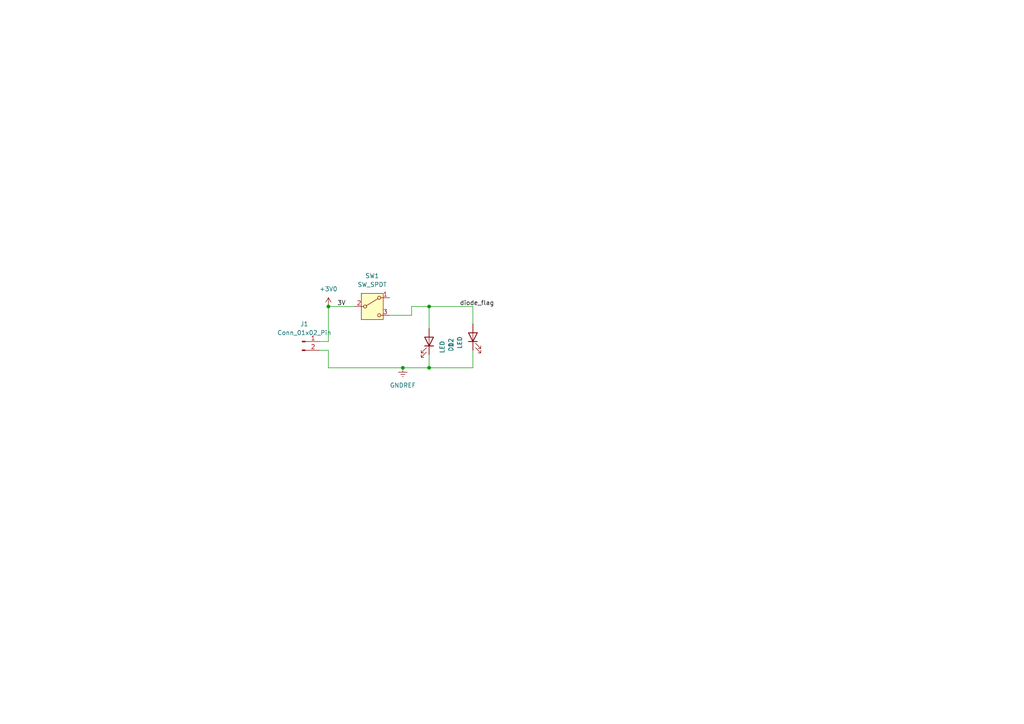
<source format=kicad_sch>
(kicad_sch (version 20231120) (generator "eeschema") (generator_version "8.0")
  (paper "A4")
  (lib_symbols
    (symbol "Connector:Conn_01x02_Pin" (pin_names (offset 1.016) hide)
      (property "Reference" "J" (at 0 2.54 0))
      (property "Value" "Conn_01x02_Pin" (at 0 -5.08 0))
      (symbol "Conn_01x02_Pin_1_1"
        (polyline (pts (xy 1.27 -2.54) (xy 0.8636 -2.54)) (stroke (width 0.1524)))
        (polyline (pts (xy 1.27 0) (xy 0.8636 0)) (stroke (width 0.1524)))
        (rectangle (start 0.8636 -2.413) (end 0 -2.667) (stroke (width 0.1524)) (fill (type outline)))
        (rectangle (start 0.8636 0.127) (end 0 -0.127) (stroke (width 0.1524)) (fill (type outline)))
        (pin passive line (at 5.08 0 180) (length 3.81) (name "Pin_1") (number "1"))
        (pin passive line (at 5.08 -2.54 180) (length 3.81) (name "Pin_2") (number "2"))
      )
    )
    (symbol "Device:LED" (pin_numbers hide) (pin_names (offset 1.016) hide)
      (property "Reference" "D" (at 0 2.54 0))
      (property "Value" "LED" (at 0 -2.54 0))
      (symbol "LED_0_1"
        (polyline (pts (xy -1.27 -1.27) (xy -1.27 1.27)) (stroke (width 0.254)))
        (polyline (pts (xy -1.27 0) (xy 1.27 0)))
        (polyline (pts (xy 1.27 -1.27) (xy 1.27 1.27) (xy -1.27 0) (xy 1.27 -1.27)) (stroke (width 0.254)))
        (polyline (pts (xy -3.048 -0.762) (xy -4.572 -2.286) (xy -3.81 -2.286) (xy -4.572 -2.286) (xy -4.572 -1.524)))
        (polyline (pts (xy -1.778 -0.762) (xy -3.302 -2.286) (xy -2.54 -2.286) (xy -3.302 -2.286) (xy -3.302 -1.524)))
      )
      (symbol "LED_1_1"
        (pin passive line (at -3.81 0 0) (length 2.54) (name "K") (number "1"))
        (pin passive line (at 3.81 0 180) (length 2.54) (name "A") (number "2"))
      )
    )
    (symbol "Switch:SW_SPDT" (pin_names (offset 0) hide)
      (property "Reference" "SW" (at 0 5.08 0))
      (property "Value" "SW_SPDT" (at 0 -5.08 0))
      (symbol "SW_SPDT_0_1"
        (circle (center -2.032 0) (radius 0.4572))
        (polyline (pts (xy -1.651 0.254) (xy 1.651 2.286)))
        (circle (center 2.032 -2.54) (radius 0.4572))
        (circle (center 2.032 2.54) (radius 0.4572))
      )
      (symbol "SW_SPDT_1_1"
        (rectangle (start -3.175 3.81) (end 3.175 -3.81) (fill (type background)))
        (pin passive line (at 5.08 2.54 180) (length 2.54) (name "A") (number "1"))
        (pin passive line (at -5.08 0 0) (length 2.54) (name "B") (number "2"))
        (pin passive line (at 5.08 -2.54 180) (length 2.54) (name "C") (number "3"))
      )
    )
    (symbol "power:+3V0" (power) (pin_numbers hide) (pin_names (offset 0) hide)
      (property "Value" "+3V0" (at 0 3.556 0))
      (symbol "+3V0_0_1"
        (polyline (pts (xy -0.762 1.27) (xy 0 2.54)))
        (polyline (pts (xy 0 0) (xy 0 2.54)))
        (polyline (pts (xy 0 2.54) (xy 0.762 1.27)))
      )
      (symbol "+3V0_1_1"
        (pin power_in line (at 0 0 90) (length 0) (name "~") (number "1"))
      )
    )
    (symbol "power:GNDREF" (power) (pin_names (offset 0))
      (property "Value" "GNDREF" (at 0 -3.81 0))
      (symbol "GNDREF_0_1"
        (polyline (pts (xy -0.635 -1.905) (xy 0.635 -1.905)))
        (polyline (pts (xy -0.127 -2.54) (xy 0.127 -2.54)))
        (polyline (pts (xy 0 -1.27) (xy 0 0)))
        (polyline (pts (xy 1.27 -1.27) (xy -1.27 -1.27)))
      )
      (symbol "GNDREF_1_1"
        (pin power_in line (at 0 0 270) (length 0) hide (name "GNDREF") (number "1"))
      )
    )
  )
  (junction (at 124.46 88.9))
  (junction (at 95.25 88.9))
  (junction (at 124.46 106.68))
  (junction (at 116.84 106.68))
  (wire (pts (xy 92.71 99.06) (xy 95.25 99.06)))
  (wire (pts (xy 124.46 88.9) (xy 137.16 88.9)))
  (wire (pts (xy 119.38 88.9) (xy 124.46 88.9)))
  (wire (pts (xy 92.71 101.6) (xy 95.25 101.6)))
  (wire (pts (xy 113.03 91.44) (xy 119.38 91.44)))
  (wire (pts (xy 124.46 102.87) (xy 124.46 106.68)))
  (wire (pts (xy 95.25 88.9) (xy 95.25 99.06)))
  (wire (pts (xy 95.25 88.9) (xy 102.87 88.9)))
  (wire (pts (xy 124.46 95.25) (xy 124.46 88.9)))
  (wire (pts (xy 124.46 106.68) (xy 137.16 106.68)))
  (wire (pts (xy 95.25 106.68) (xy 116.84 106.68)))
  (wire (pts (xy 116.84 106.68) (xy 124.46 106.68)))
  (wire (pts (xy 137.16 93.98) (xy 137.16 88.9)))
  (wire (pts (xy 95.25 101.6) (xy 95.25 106.68)))
  (wire (pts (xy 119.38 91.44) (xy 119.38 88.9)))
  (wire (pts (xy 137.16 106.68) (xy 137.16 101.6)))
  (label "3V" (at 97.79 88.9 0))
  (label "diode_flag" (at 133.35 88.9 0))
  (symbol (lib_id "Connector:Conn_01x02_Pin") (at 87.63 99.06 0) (unit 1)
    (property "Reference" "J1" (at 88.265 93.98 0))
    (property "Value" "Conn_01x02_Pin" (at 88.265 96.52 0))
    (property "Footprint" "TerminalBlock_MetzConnect:TerminalBlock_MetzConnect_Type073_RT02602HBLU_1x02_P5.08mm_Horizontal" (effects (hide yes)))
    (property "Description" "Generic connector, single row, 01x02, script generated" (effects (hide yes)))
  )
  (symbol (lib_id "power:GNDREF") (at 116.84 106.68 0) (unit 1)
    (property "Reference" "#PWR01" (effects (hide yes)))
    (property "Value" "GNDREF" (at 116.84 111.76 0))
  )
  (symbol (lib_id "power:+3V0") (at 95.25 88.9 0) (unit 1)
    (property "Reference" "#PWR02" (effects (hide yes)))
    (property "Value" "+3V0" (at 95.25 83.82 0))
    (property "Description" "Power symbol creates a global label with name \"+3V0\"" (effects (hide yes)))
  )
  (symbol (lib_id "Switch:SW_SPDT") (at 107.95 88.9 0) (unit 1)
    (property "Reference" "SW1" (at 107.95 80.01 0))
    (property "Value" "SW_SPDT" (at 107.95 82.55 0))
    (property "Footprint" "Button_Switch_THT:SW_E-Switch_EG1271_SPDT" (effects (hide yes)))
    (property "Description" "Switch, single pole double throw" (effects (hide yes)))
  )
  (symbol (lib_id "Device:LED") (at 124.46 99.06 270) (mirror x) (unit 1)
    (property "Reference" "D1" (at 130.81 100.6475 0))
    (property "Value" "LED" (at 128.27 100.6475 0))
    (property "Footprint" "LED_THT:LED_D5.0mm_Clear" (effects (hide yes)))
  )
  (symbol (lib_id "Device:LED") (at 137.16 97.79 90) (unit 1)
    (property "Reference" "D2" (at 130.81 99.3775 0))
    (property "Value" "LED" (at 133.35 99.3775 0))
    (property "Footprint" "LED_THT:LED_D5.0mm_Clear" (effects (hide yes)))
  )
)
</source>
